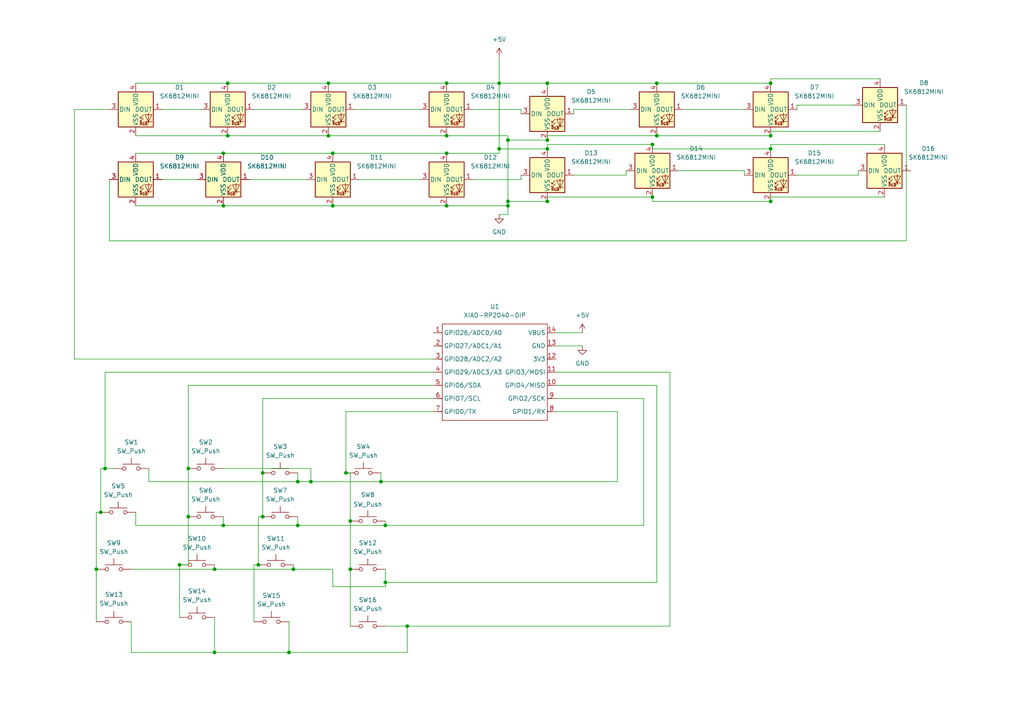
<source format=kicad_sch>
(kicad_sch (version 20250114) (generator "eeschema") (generator_version "9.0")
  (paper "A4")
  (lib_symbols
    (symbol "LED:SK6812MINI" (pin_names (offset 0.254))
      (property "Reference" "D" (at 5.08 5.715 0))
      (property "Value" "SK6812MINI" (at 1.27 -5.715 0))
      (symbol "SK6812MINI_0_0"
        (text "RGB" (at 2.286 -4.191 0) (effects (font (size 0.762 0.762))))
      )
      (symbol "SK6812MINI_0_1"
        (polyline (pts (xy 1.27 -2.54) (xy 1.778 -2.54)))
        (polyline (pts (xy 1.27 -3.556) (xy 1.778 -3.556)))
        (polyline (pts (xy 2.286 -1.524) (xy 1.27 -2.54) (xy 1.27 -2.032)))
        (polyline (pts (xy 2.286 -2.54) (xy 1.27 -3.556) (xy 1.27 -3.048)))
        (polyline (pts (xy 3.683 -1.016) (xy 3.683 -3.556) (xy 3.683 -4.064)))
        (polyline (pts (xy 4.699 -1.524) (xy 2.667 -1.524) (xy 3.683 -3.556) (xy 4.699 -1.524)))
        (polyline (pts (xy 4.699 -3.556) (xy 2.667 -3.556)))
        (rectangle (start 5.08 5.08) (end -5.08 -5.08) (stroke (width 0.254)) (fill (type background)))
      )
      (symbol "SK6812MINI_1_1"
        (pin input line (at -7.62 0 0) (length 2.54) (name "DIN") (number "3"))
        (pin power_in line (at 0 7.62 270) (length 2.54) (name "VDD") (number "4"))
        (pin power_in line (at 0 -7.62 90) (length 2.54) (name "VSS") (number "2"))
        (pin output line (at 7.62 0 180) (length 2.54) (name "DOUT") (number "1"))
      )
    )
    (symbol "OPL Libary_master:XIAO-RP2040-DIP"
      (property "Reference" "U" (at 0 0 0))
      (property "Value" "XIAO-RP2040-DIP" (at 5.334 -1.778 0))
      (symbol "XIAO-RP2040-DIP_1_0"
        (polyline (pts (xy -1.27 -2.54) (xy 29.21 -2.54)) (stroke (width 0.1524)))
        (polyline (pts (xy -1.27 -5.08) (xy -2.54 -5.08)) (stroke (width 0.1524)))
        (polyline (pts (xy -1.27 -5.08) (xy -1.27 -2.54)) (stroke (width 0.1524)))
        (polyline (pts (xy -1.27 -8.89) (xy -2.54 -8.89)) (stroke (width 0.1524)))
        (polyline (pts (xy -1.27 -8.89) (xy -1.27 -5.08)) (stroke (width 0.1524)))
        (polyline (pts (xy -1.27 -12.7) (xy -2.54 -12.7)) (stroke (width 0.1524)))
        (polyline (pts (xy -1.27 -12.7) (xy -1.27 -8.89)) (stroke (width 0.1524)))
        (polyline (pts (xy -1.27 -16.51) (xy -2.54 -16.51)) (stroke (width 0.1524)))
        (polyline (pts (xy -1.27 -16.51) (xy -1.27 -12.7)) (stroke (width 0.1524)))
        (polyline (pts (xy -1.27 -20.32) (xy -2.54 -20.32)) (stroke (width 0.1524)))
        (polyline (pts (xy -1.27 -24.13) (xy -2.54 -24.13)) (stroke (width 0.1524)))
        (polyline (pts (xy -1.27 -27.94) (xy -2.54 -27.94)) (stroke (width 0.1524)))
        (polyline (pts (xy -1.27 -30.48) (xy -1.27 -16.51)) (stroke (width 0.1524)))
        (polyline (pts (xy 29.21 -2.54) (xy 29.21 -5.08)) (stroke (width 0.1524)))
        (polyline (pts (xy 29.21 -5.08) (xy 29.21 -8.89)) (stroke (width 0.1524)))
        (polyline (pts (xy 29.21 -8.89) (xy 29.21 -12.7)) (stroke (width 0.1524)))
        (polyline (pts (xy 29.21 -12.7) (xy 29.21 -30.48)) (stroke (width 0.1524)))
        (polyline (pts (xy 29.21 -30.48) (xy -1.27 -30.48)) (stroke (width 0.1524)))
        (polyline (pts (xy 30.48 -5.08) (xy 29.21 -5.08)) (stroke (width 0.1524)))
        (polyline (pts (xy 30.48 -8.89) (xy 29.21 -8.89)) (stroke (width 0.1524)))
        (polyline (pts (xy 30.48 -12.7) (xy 29.21 -12.7)) (stroke (width 0.1524)))
        (polyline (pts (xy 30.48 -16.51) (xy 29.21 -16.51)) (stroke (width 0.1524)))
        (polyline (pts (xy 30.48 -20.32) (xy 29.21 -20.32)) (stroke (width 0.1524)))
        (polyline (pts (xy 30.48 -24.13) (xy 29.21 -24.13)) (stroke (width 0.1524)))
        (polyline (pts (xy 30.48 -27.94) (xy 29.21 -27.94)) (stroke (width 0.1524)))
        (pin passive line (at -3.81 -5.08 0) (length 2.54) (name "GPIO26/ADC0/A0") (number "1"))
        (pin passive line (at -3.81 -8.89 0) (length 2.54) (name "GPIO27/ADC1/A1") (number "2"))
        (pin passive line (at -3.81 -12.7 0) (length 2.54) (name "GPIO28/ADC2/A2") (number "3"))
        (pin passive line (at -3.81 -16.51 0) (length 2.54) (name "GPIO29/ADC3/A3") (number "4"))
        (pin passive line (at -3.81 -20.32 0) (length 2.54) (name "GPIO6/SDA") (number "5"))
        (pin passive line (at -3.81 -24.13 0) (length 2.54) (name "GPIO7/SCL") (number "6"))
        (pin passive line (at -3.81 -27.94 0) (length 2.54) (name "GPIO0/TX") (number "7"))
        (pin passive line (at 31.75 -5.08 180) (length 2.54) (name "VBUS") (number "14"))
        (pin passive line (at 31.75 -8.89 180) (length 2.54) (name "GND") (number "13"))
        (pin passive line (at 31.75 -12.7 180) (length 2.54) (name "3V3") (number "12"))
        (pin passive line (at 31.75 -16.51 180) (length 2.54) (name "GPIO3/MOSI") (number "11"))
        (pin passive line (at 31.75 -20.32 180) (length 2.54) (name "GPIO4/MISO") (number "10"))
        (pin passive line (at 31.75 -24.13 180) (length 2.54) (name "GPIO2/SCK") (number "9"))
        (pin passive line (at 31.75 -27.94 180) (length 2.54) (name "GPIO1/RX") (number "8"))
      )
    )
    (symbol "Switch:SW_Push" (pin_numbers (hide yes)) (pin_names (offset 1.016) (hide yes))
      (property "Reference" "SW" (at 1.27 2.54 0))
      (property "Value" "SW_Push" (at 0 -1.524 0))
      (symbol "SW_Push_0_1"
        (circle (center -2.032 0) (radius 0.508))
        (polyline (pts (xy 0 1.27) (xy 0 3.048)))
        (circle (center 2.032 0) (radius 0.508))
        (polyline (pts (xy 2.54 1.27) (xy -2.54 1.27)))
        (pin passive line (at -5.08 0 0) (length 2.54) (name "1") (number "1"))
        (pin passive line (at 5.08 0 180) (length 2.54) (name "2") (number "2"))
      )
    )
    (symbol "power:+5V" (power) (pin_numbers (hide yes)) (pin_names (offset 0) (hide yes))
      (property "Value" "+5V" (at 0 3.556 0))
      (symbol "+5V_0_1"
        (polyline (pts (xy -0.762 1.27) (xy 0 2.54)))
        (polyline (pts (xy 0 2.54) (xy 0.762 1.27)))
        (polyline (pts (xy 0 0) (xy 0 2.54)))
      )
      (symbol "+5V_1_1"
        (pin power_in line (at 0 0 90) (length 0) (name "~") (number "1"))
      )
    )
    (symbol "power:GND" (power) (pin_numbers (hide yes)) (pin_names (offset 0) (hide yes))
      (property "Value" "GND" (at 0 -3.81 0))
      (symbol "GND_0_1"
        (polyline (pts (xy 0 0) (xy 0 -1.27) (xy 1.27 -1.27) (xy 0 -2.54) (xy -1.27 -1.27) (xy 0 -1.27)))
      )
      (symbol "GND_1_1"
        (pin power_in line (at 0 0 270) (length 0) (name "~") (number "1"))
      )
    )
  )
  (junction (at 144.78 24.13))
  (junction (at 223.52 43.18))
  (junction (at 66.04 24.13))
  (junction (at 190.5 24.13))
  (junction (at 52.07 163.83))
  (junction (at 147.32 58.42))
  (junction (at 54.61 135.89))
  (junction (at 83.82 189.23))
  (junction (at 64.77 44.45))
  (junction (at 54.61 149.86))
  (junction (at 129.54 24.13))
  (junction (at 158.75 40.64))
  (junction (at 95.25 24.13))
  (junction (at 223.52 39.37))
  (junction (at 62.23 165.1))
  (junction (at 30.48 135.89))
  (junction (at 76.2 149.86))
  (junction (at 29.21 148.59))
  (junction (at 74.93 163.83))
  (junction (at 101.6 165.1))
  (junction (at 110.49 139.7))
  (junction (at 90.17 139.7))
  (junction (at 100.33 137.16))
  (junction (at 86.36 152.4))
  (junction (at 118.11 181.61))
  (junction (at 147.32 59.69))
  (junction (at 129.54 59.69))
  (junction (at 66.04 39.37))
  (junction (at 96.52 59.69))
  (junction (at 189.23 41.91))
  (junction (at 64.77 59.69))
  (junction (at 86.36 139.7))
  (junction (at 96.52 44.45))
  (junction (at 64.77 152.4))
  (junction (at 129.54 39.37))
  (junction (at 158.75 58.42))
  (junction (at 76.2 137.16))
  (junction (at 85.09 165.1))
  (junction (at 223.52 24.13))
  (junction (at 95.25 39.37))
  (junction (at 129.54 44.45))
  (junction (at 101.6 151.13))
  (junction (at 111.76 168.91))
  (junction (at 27.94 165.1))
  (junction (at 190.5 39.37))
  (junction (at 144.78 43.18))
  (junction (at 158.75 43.18))
  (junction (at 158.75 24.13))
  (junction (at 147.32 40.64))
  (junction (at 223.52 58.42))
  (junction (at 62.23 189.23))
  (junction (at 189.23 57.15))
  (junction (at 111.76 152.4))
  (wire (pts (xy 62.23 179.07) (xy 62.23 189.23)))
  (wire (pts (xy 101.6 137.16) (xy 100.33 137.16)))
  (wire (pts (xy 161.29 100.33) (xy 168.91 100.33)))
  (wire (pts (xy 39.37 44.45) (xy 64.77 44.45)))
  (wire (pts (xy 262.89 30.48) (xy 262.89 69.85)))
  (wire (pts (xy 151.13 52.07) (xy 151.13 50.8)))
  (wire (pts (xy 64.77 152.4) (xy 64.77 149.86)))
  (wire (pts (xy 189.23 57.15) (xy 158.75 57.15)))
  (wire (pts (xy 248.92 50.8) (xy 248.92 49.53)))
  (wire (pts (xy 129.54 39.37) (xy 147.32 39.37)))
  (wire (pts (xy 255.27 22.86) (xy 223.52 22.86)))
  (wire (pts (xy 147.32 59.69) (xy 147.32 62.23)))
  (wire (pts (xy 43.18 135.89) (xy 43.18 139.7)))
  (wire (pts (xy 86.36 152.4) (xy 64.77 152.4)))
  (wire (pts (xy 256.54 57.15) (xy 223.52 57.15)))
  (wire (pts (xy 86.36 139.7) (xy 90.17 139.7)))
  (wire (pts (xy 194.31 107.95) (xy 194.31 181.61)))
  (wire (pts (xy 223.52 41.91) (xy 223.52 43.18)))
  (wire (pts (xy 215.9 49.53) (xy 215.9 50.8)))
  (wire (pts (xy 21.59 31.75) (xy 31.75 31.75)))
  (wire (pts (xy 129.54 24.13) (xy 144.78 24.13)))
  (wire (pts (xy 144.78 43.18) (xy 158.75 43.18)))
  (wire (pts (xy 83.82 180.34) (xy 83.82 189.23)))
  (wire (pts (xy 196.85 49.53) (xy 215.9 49.53)))
  (wire (pts (xy 62.23 165.1) (xy 85.09 165.1)))
  (wire (pts (xy 95.25 39.37) (xy 129.54 39.37)))
  (wire (pts (xy 111.76 152.4) (xy 111.76 151.13)))
  (wire (pts (xy 27.94 165.1) (xy 27.94 180.34)))
  (wire (pts (xy 30.48 107.95) (xy 30.48 135.89)))
  (wire (pts (xy 110.49 137.16) (xy 110.49 139.7)))
  (wire (pts (xy 52.07 163.83) (xy 52.07 179.07)))
  (wire (pts (xy 125.73 115.57) (xy 76.2 115.57)))
  (wire (pts (xy 137.16 52.07) (xy 151.13 52.07)))
  (wire (pts (xy 73.66 31.75) (xy 87.63 31.75)))
  (wire (pts (xy 223.52 57.15) (xy 223.52 58.42)))
  (wire (pts (xy 66.04 39.37) (xy 95.25 39.37)))
  (wire (pts (xy 223.52 38.1) (xy 223.52 39.37)))
  (wire (pts (xy 39.37 24.13) (xy 66.04 24.13)))
  (wire (pts (xy 125.73 104.14) (xy 21.59 104.14)))
  (wire (pts (xy 111.76 170.18) (xy 111.76 168.91)))
  (wire (pts (xy 101.6 165.1) (xy 101.6 181.61)))
  (wire (pts (xy 72.39 52.07) (xy 88.9 52.07)))
  (wire (pts (xy 29.21 135.89) (xy 30.48 135.89)))
  (wire (pts (xy 110.49 139.7) (xy 179.07 139.7)))
  (wire (pts (xy 27.94 148.59) (xy 29.21 148.59)))
  (wire (pts (xy 46.99 52.07) (xy 57.15 52.07)))
  (wire (pts (xy 39.37 152.4) (xy 64.77 152.4)))
  (wire (pts (xy 186.69 115.57) (xy 186.69 152.4)))
  (wire (pts (xy 38.1 180.34) (xy 38.1 189.23)))
  (wire (pts (xy 182.88 31.75) (xy 166.37 31.75)))
  (wire (pts (xy 125.73 107.95) (xy 30.48 107.95)))
  (wire (pts (xy 158.75 40.64) (xy 147.32 40.64)))
  (wire (pts (xy 90.17 135.89) (xy 90.17 139.7)))
  (wire (pts (xy 158.75 58.42) (xy 147.32 58.42)))
  (wire (pts (xy 95.25 24.13) (xy 129.54 24.13)))
  (wire (pts (xy 166.37 31.75) (xy 166.37 33.02)))
  (wire (pts (xy 76.2 137.16) (xy 76.2 149.86)))
  (wire (pts (xy 46.99 31.75) (xy 58.42 31.75)))
  (wire (pts (xy 62.23 165.1) (xy 62.23 163.83)))
  (wire (pts (xy 144.78 24.13) (xy 144.78 16.51)))
  (wire (pts (xy 86.36 152.4) (xy 111.76 152.4)))
  (wire (pts (xy 73.66 180.34) (xy 73.66 163.83)))
  (wire (pts (xy 102.87 31.75) (xy 121.92 31.75)))
  (wire (pts (xy 118.11 189.23) (xy 118.11 181.61)))
  (wire (pts (xy 247.65 30.48) (xy 231.14 30.48)))
  (wire (pts (xy 54.61 163.83) (xy 52.07 163.83)))
  (wire (pts (xy 223.52 22.86) (xy 223.52 24.13)))
  (wire (pts (xy 189.23 41.91) (xy 158.75 41.91)))
  (wire (pts (xy 161.29 115.57) (xy 186.69 115.57)))
  (wire (pts (xy 129.54 44.45) (xy 144.78 44.45)))
  (wire (pts (xy 85.09 165.1) (xy 85.09 163.83)))
  (wire (pts (xy 144.78 43.18) (xy 144.78 24.13)))
  (wire (pts (xy 161.29 107.95) (xy 194.31 107.95)))
  (wire (pts (xy 166.37 50.8) (xy 181.61 50.8)))
  (wire (pts (xy 147.32 62.23) (xy 144.78 62.23)))
  (wire (pts (xy 158.75 39.37) (xy 158.75 40.64)))
  (wire (pts (xy 147.32 40.64) (xy 147.32 58.42)))
  (wire (pts (xy 30.48 135.89) (xy 33.02 135.89)))
  (wire (pts (xy 96.52 44.45) (xy 129.54 44.45)))
  (wire (pts (xy 74.93 163.83) (xy 74.93 149.86)))
  (wire (pts (xy 190.5 168.91) (xy 111.76 168.91)))
  (wire (pts (xy 39.37 59.69) (xy 64.77 59.69)))
  (wire (pts (xy 21.59 104.14) (xy 21.59 31.75)))
  (wire (pts (xy 144.78 24.13) (xy 158.75 24.13)))
  (wire (pts (xy 64.77 44.45) (xy 96.52 44.45)))
  (wire (pts (xy 83.82 189.23) (xy 118.11 189.23)))
  (wire (pts (xy 31.75 69.85) (xy 31.75 52.07)))
  (wire (pts (xy 54.61 135.89) (xy 54.61 149.86)))
  (wire (pts (xy 190.5 24.13) (xy 158.75 24.13)))
  (wire (pts (xy 181.61 50.8) (xy 181.61 49.53)))
  (wire (pts (xy 190.5 39.37) (xy 223.52 39.37)))
  (wire (pts (xy 158.75 24.13) (xy 158.75 25.4)))
  (wire (pts (xy 161.29 96.52) (xy 168.91 96.52)))
  (wire (pts (xy 158.75 57.15) (xy 158.75 58.42)))
  (wire (pts (xy 73.66 163.83) (xy 74.93 163.83)))
  (wire (pts (xy 255.27 38.1) (xy 223.52 38.1)))
  (wire (pts (xy 161.29 111.76) (xy 190.5 111.76)))
  (wire (pts (xy 179.07 119.38) (xy 161.29 119.38)))
  (wire (pts (xy 54.61 111.76) (xy 125.73 111.76)))
  (wire (pts (xy 101.6 151.13) (xy 101.6 165.1)))
  (wire (pts (xy 29.21 148.59) (xy 29.21 135.89)))
  (wire (pts (xy 118.11 181.61) (xy 111.76 181.61)))
  (wire (pts (xy 231.14 30.48) (xy 231.14 31.75)))
  (wire (pts (xy 231.14 50.8) (xy 248.92 50.8)))
  (wire (pts (xy 147.32 39.37) (xy 147.32 40.64)))
  (wire (pts (xy 96.52 170.18) (xy 111.76 170.18)))
  (wire (pts (xy 223.52 58.42) (xy 189.23 58.42)))
  (wire (pts (xy 198.12 31.75) (xy 215.9 31.75)))
  (wire (pts (xy 96.52 165.1) (xy 96.52 170.18)))
  (wire (pts (xy 151.13 31.75) (xy 151.13 33.02)))
  (wire (pts (xy 74.93 149.86) (xy 76.2 149.86)))
  (wire (pts (xy 64.77 135.89) (xy 90.17 135.89)))
  (wire (pts (xy 189.23 43.18) (xy 189.23 41.91)))
  (wire (pts (xy 62.23 189.23) (xy 83.82 189.23)))
  (wire (pts (xy 54.61 135.89) (xy 54.61 111.76)))
  (wire (pts (xy 179.07 139.7) (xy 179.07 119.38)))
  (wire (pts (xy 190.5 111.76) (xy 190.5 168.91)))
  (wire (pts (xy 190.5 39.37) (xy 158.75 39.37)))
  (wire (pts (xy 96.52 59.69) (xy 129.54 59.69)))
  (wire (pts (xy 137.16 31.75) (xy 151.13 31.75)))
  (wire (pts (xy 223.52 43.18) (xy 189.23 43.18)))
  (wire (pts (xy 104.14 52.07) (xy 121.92 52.07)))
  (wire (pts (xy 38.1 189.23) (xy 62.23 189.23)))
  (wire (pts (xy 76.2 115.57) (xy 76.2 137.16)))
  (wire (pts (xy 144.78 44.45) (xy 144.78 43.18)))
  (wire (pts (xy 43.18 139.7) (xy 86.36 139.7)))
  (wire (pts (xy 90.17 139.7) (xy 110.49 139.7)))
  (wire (pts (xy 256.54 41.91) (xy 223.52 41.91)))
  (wire (pts (xy 189.23 58.42) (xy 189.23 57.15)))
  (wire (pts (xy 101.6 151.13) (xy 101.6 137.16)))
  (wire (pts (xy 86.36 149.86) (xy 86.36 152.4)))
  (wire (pts (xy 39.37 148.59) (xy 39.37 152.4)))
  (wire (pts (xy 111.76 168.91) (xy 111.76 165.1)))
  (wire (pts (xy 100.33 119.38) (xy 125.73 119.38)))
  (wire (pts (xy 147.32 58.42) (xy 147.32 59.69)))
  (wire (pts (xy 38.1 165.1) (xy 62.23 165.1)))
  (wire (pts (xy 129.54 59.69) (xy 147.32 59.69)))
  (wire (pts (xy 39.37 39.37) (xy 66.04 39.37)))
  (wire (pts (xy 190.5 24.13) (xy 223.52 24.13)))
  (wire (pts (xy 158.75 41.91) (xy 158.75 43.18)))
  (wire (pts (xy 85.09 165.1) (xy 96.52 165.1)))
  (wire (pts (xy 194.31 181.61) (xy 118.11 181.61)))
  (wire (pts (xy 27.94 165.1) (xy 27.94 148.59)))
  (wire (pts (xy 64.77 59.69) (xy 96.52 59.69)))
  (wire (pts (xy 54.61 149.86) (xy 54.61 163.83)))
  (wire (pts (xy 100.33 137.16) (xy 100.33 119.38)))
  (wire (pts (xy 66.04 24.13) (xy 95.25 24.13)))
  (wire (pts (xy 262.89 69.85) (xy 31.75 69.85)))
  (wire (pts (xy 86.36 137.16) (xy 86.36 139.7)))
  (wire (pts (xy 186.69 152.4) (xy 111.76 152.4)))
  (symbol (lib_id "LED:SK6812MINI") (at 95.25 31.75 0) (unit 1)
    (property "Reference" "D3" (at 107.95 25.3298 0))
    (property "Value" "SK6812MINI" (at 107.95 27.8698 0))
    (property "Footprint" "LED_SMD:LED_SK6812MINI_PLCC4_3.5x3.5mm_P1.75mm" (effects (hide yes)))
    (property "Datasheet" "https://cdn-shop.adafruit.com/product-files/2686/SK6812MINI_REV.01-1-2.pdf" (effects (hide yes)))
    (property "Description" "RGB LED with integrated controller" (effects (hide yes)))
  )
  (symbol (lib_id "LED:SK6812MINI") (at 39.37 52.07 0) (unit 1)
    (property "Reference" "D9" (at 52.07 45.6498 0))
    (property "Value" "SK6812MINI" (at 52.07 48.1898 0))
    (property "Footprint" "LED_SMD:LED_SK6812MINI_PLCC4_3.5x3.5mm_P1.75mm" (effects (hide yes)))
    (property "Datasheet" "https://cdn-shop.adafruit.com/product-files/2686/SK6812MINI_REV.01-1-2.pdf" (effects (hide yes)))
    (property "Description" "RGB LED with integrated controller" (effects (hide yes)))
  )
  (symbol (lib_id "LED:SK6812MINI") (at 129.54 52.07 0) (unit 1)
    (property "Reference" "D12" (at 142.24 45.6498 0))
    (property "Value" "SK6812MINI" (at 142.24 48.1898 0))
    (property "Footprint" "LED_SMD:LED_SK6812MINI_PLCC4_3.5x3.5mm_P1.75mm" (effects (hide yes)))
    (property "Datasheet" "https://cdn-shop.adafruit.com/product-files/2686/SK6812MINI_REV.01-1-2.pdf" (effects (hide yes)))
    (property "Description" "RGB LED with integrated controller" (effects (hide yes)))
  )
  (symbol (lib_id "Switch:SW_Push") (at 38.1 135.89 0) (unit 1)
    (property "Reference" "SW1" (at 38.1 128.27 0))
    (property "Value" "SW_Push" (at 38.1 130.81 0))
    (property "Footprint" "Button_Switch_Keyboard:SW_Cherry_MX_1.00u_PCB" (effects (hide yes)))
    (property "Description" "Push button switch, generic, two pins" (effects (hide yes)))
  )
  (symbol (lib_id "OPL Libary_master:XIAO-RP2040-DIP") (at 129.54 91.44 0) (unit 1)
    (property "Reference" "U1" (at 143.51 88.9 0))
    (property "Value" "XIAO-RP2040-DIP" (at 143.51 91.44 0))
    (property "Footprint" "Seeed Studio XIAO Series Library:XIAO-RP2040-DIP" (effects (hide yes)))
  )
  (symbol (lib_id "power:GND") (at 144.78 62.23 0) (unit 1)
    (property "Reference" "#PWR03" (effects (hide yes)))
    (property "Value" "GND" (at 144.78 67.31 0))
    (property "Description" "Power symbol creates a global label with name \"GND\" , ground" (effects (hide yes)))
  )
  (symbol (lib_id "power:+5V") (at 144.78 16.51 0) (unit 1)
    (property "Reference" "#PWR02" (effects (hide yes)))
    (property "Value" "+5V" (at 144.78 11.43 0))
    (property "Description" "Power symbol creates a global label with name \"+5V\"" (effects (hide yes)))
  )
  (symbol (lib_id "Switch:SW_Push") (at 78.74 180.34 0) (unit 1)
    (property "Reference" "SW15" (at 78.74 172.72 0))
    (property "Value" "SW_Push" (at 78.74 175.26 0))
    (property "Footprint" "Button_Switch_Keyboard:SW_Cherry_MX_1.00u_PCB" (effects (hide yes)))
    (property "Description" "Push button switch, generic, two pins" (effects (hide yes)))
  )
  (symbol (lib_id "LED:SK6812MINI") (at 64.77 52.07 0) (unit 1)
    (property "Reference" "D10" (at 77.47 45.6498 0))
    (property "Value" "SK6812MINI" (at 77.47 48.1898 0))
    (property "Footprint" "LED_SMD:LED_SK6812MINI_PLCC4_3.5x3.5mm_P1.75mm" (effects (hide yes)))
    (property "Datasheet" "https://cdn-shop.adafruit.com/product-files/2686/SK6812MINI_REV.01-1-2.pdf" (effects (hide yes)))
    (property "Description" "RGB LED with integrated controller" (effects (hide yes)))
  )
  (symbol (lib_id "LED:SK6812MINI") (at 39.37 31.75 0) (unit 1)
    (property "Reference" "D1" (at 52.07 25.3298 0))
    (property "Value" "SK6812MINI" (at 52.07 27.8698 0))
    (property "Footprint" "LED_SMD:LED_SK6812MINI_PLCC4_3.5x3.5mm_P1.75mm" (effects (hide yes)))
    (property "Datasheet" "https://cdn-shop.adafruit.com/product-files/2686/SK6812MINI_REV.01-1-2.pdf" (effects (hide yes)))
    (property "Description" "RGB LED with integrated controller" (effects (hide yes)))
  )
  (symbol (lib_id "LED:SK6812MINI") (at 158.75 33.02 0) (unit 1)
    (property "Reference" "D5" (at 171.45 26.5998 0))
    (property "Value" "SK6812MINI" (at 171.45 29.1398 0))
    (property "Footprint" "LED_SMD:LED_SK6812MINI_PLCC4_3.5x3.5mm_P1.75mm" (effects (hide yes)))
    (property "Datasheet" "https://cdn-shop.adafruit.com/product-files/2686/SK6812MINI_REV.01-1-2.pdf" (effects (hide yes)))
    (property "Description" "RGB LED with integrated controller" (effects (hide yes)))
  )
  (symbol (lib_id "LED:SK6812MINI") (at 96.52 52.07 0) (unit 1)
    (property "Reference" "D11" (at 109.22 45.6498 0))
    (property "Value" "SK6812MINI" (at 109.22 48.1898 0))
    (property "Footprint" "LED_SMD:LED_SK6812MINI_PLCC4_3.5x3.5mm_P1.75mm" (effects (hide yes)))
    (property "Datasheet" "https://cdn-shop.adafruit.com/product-files/2686/SK6812MINI_REV.01-1-2.pdf" (effects (hide yes)))
    (property "Description" "RGB LED with integrated controller" (effects (hide yes)))
  )
  (symbol (lib_id "Switch:SW_Push") (at 105.41 137.16 0) (unit 1)
    (property "Reference" "SW4" (at 105.41 129.54 0))
    (property "Value" "SW_Push" (at 105.41 132.08 0))
    (property "Footprint" "Button_Switch_Keyboard:SW_Cherry_MX_1.00u_PCB" (effects (hide yes)))
    (property "Description" "Push button switch, generic, two pins" (effects (hide yes)))
  )
  (symbol (lib_id "Switch:SW_Push") (at 59.69 135.89 0) (unit 1)
    (property "Reference" "SW2" (at 59.69 128.27 0))
    (property "Value" "SW_Push" (at 59.69 130.81 0))
    (property "Footprint" "Button_Switch_Keyboard:SW_Cherry_MX_1.00u_PCB" (effects (hide yes)))
    (property "Description" "Push button switch, generic, two pins" (effects (hide yes)))
  )
  (symbol (lib_id "LED:SK6812MINI") (at 255.27 30.48 0) (unit 1)
    (property "Reference" "D8" (at 267.97 24.0598 0))
    (property "Value" "SK6812MINI" (at 267.97 26.5998 0))
    (property "Footprint" "LED_SMD:LED_SK6812MINI_PLCC4_3.5x3.5mm_P1.75mm" (effects (hide yes)))
    (property "Datasheet" "https://cdn-shop.adafruit.com/product-files/2686/SK6812MINI_REV.01-1-2.pdf" (effects (hide yes)))
    (property "Description" "RGB LED with integrated controller" (effects (hide yes)))
  )
  (symbol (lib_id "LED:SK6812MINI") (at 66.04 31.75 0) (unit 1)
    (property "Reference" "D2" (at 78.74 25.3298 0))
    (property "Value" "SK6812MINI" (at 78.74 27.8698 0))
    (property "Footprint" "LED_SMD:LED_SK6812MINI_PLCC4_3.5x3.5mm_P1.75mm" (effects (hide yes)))
    (property "Datasheet" "https://cdn-shop.adafruit.com/product-files/2686/SK6812MINI_REV.01-1-2.pdf" (effects (hide yes)))
    (property "Description" "RGB LED with integrated controller" (effects (hide yes)))
  )
  (symbol (lib_id "Switch:SW_Push") (at 57.15 163.83 0) (unit 1)
    (property "Reference" "SW10" (at 57.15 156.21 0))
    (property "Value" "SW_Push" (at 57.15 158.75 0))
    (property "Footprint" "Button_Switch_Keyboard:SW_Cherry_MX_1.00u_PCB" (effects (hide yes)))
    (property "Description" "Push button switch, generic, two pins" (effects (hide yes)))
  )
  (symbol (lib_id "LED:SK6812MINI") (at 190.5 31.75 0) (unit 1)
    (property "Reference" "D6" (at 203.2 25.3298 0))
    (property "Value" "SK6812MINI" (at 203.2 27.8698 0))
    (property "Footprint" "LED_SMD:LED_SK6812MINI_PLCC4_3.5x3.5mm_P1.75mm" (effects (hide yes)))
    (property "Datasheet" "https://cdn-shop.adafruit.com/product-files/2686/SK6812MINI_REV.01-1-2.pdf" (effects (hide yes)))
    (property "Description" "RGB LED with integrated controller" (effects (hide yes)))
  )
  (symbol (lib_id "Switch:SW_Push") (at 34.29 148.59 0) (unit 1)
    (property "Reference" "SW5" (at 34.29 140.97 0))
    (property "Value" "SW_Push" (at 34.29 143.51 0))
    (property "Footprint" "Button_Switch_Keyboard:SW_Cherry_MX_1.00u_PCB" (effects (hide yes)))
    (property "Description" "Push button switch, generic, two pins" (effects (hide yes)))
  )
  (symbol (lib_id "Switch:SW_Push") (at 33.02 180.34 0) (unit 1)
    (property "Reference" "SW13" (at 33.02 172.466 0))
    (property "Value" "SW_Push" (at 33.02 175.006 0))
    (property "Footprint" "Button_Switch_Keyboard:SW_Cherry_MX_1.00u_PCB" (effects (hide yes)))
    (property "Description" "Push button switch, generic, two pins" (effects (hide yes)))
  )
  (symbol (lib_id "LED:SK6812MINI") (at 158.75 50.8 0) (unit 1)
    (property "Reference" "D13" (at 171.45 44.3798 0))
    (property "Value" "SK6812MINI" (at 171.45 46.9198 0))
    (property "Footprint" "LED_SMD:LED_SK6812MINI_PLCC4_3.5x3.5mm_P1.75mm" (effects (hide yes)))
    (property "Datasheet" "https://cdn-shop.adafruit.com/product-files/2686/SK6812MINI_REV.01-1-2.pdf" (effects (hide yes)))
    (property "Description" "RGB LED with integrated controller" (effects (hide yes)))
  )
  (symbol (lib_id "Switch:SW_Push") (at 106.68 165.1 0) (unit 1)
    (property "Reference" "SW12" (at 106.68 157.48 0))
    (property "Value" "SW_Push" (at 106.68 160.02 0))
    (property "Footprint" "Button_Switch_Keyboard:SW_Cherry_MX_1.00u_PCB" (effects (hide yes)))
    (property "Description" "Push button switch, generic, two pins" (effects (hide yes)))
  )
  (symbol (lib_id "Switch:SW_Push") (at 59.69 149.86 0) (unit 1)
    (property "Reference" "SW6" (at 59.69 142.24 0))
    (property "Value" "SW_Push" (at 59.69 144.78 0))
    (property "Footprint" "Button_Switch_Keyboard:SW_Cherry_MX_1.00u_PCB" (effects (hide yes)))
    (property "Description" "Push button switch, generic, two pins" (effects (hide yes)))
  )
  (symbol (lib_id "Switch:SW_Push") (at 57.15 179.07 0) (unit 1)
    (property "Reference" "SW14" (at 57.15 171.45 0))
    (property "Value" "SW_Push" (at 57.15 173.99 0))
    (property "Footprint" "Button_Switch_Keyboard:SW_Cherry_MX_1.00u_PCB" (effects (hide yes)))
    (property "Description" "Push button switch, generic, two pins" (effects (hide yes)))
  )
  (symbol (lib_id "Switch:SW_Push") (at 33.02 165.1 0) (unit 1)
    (property "Reference" "SW9" (at 33.02 157.48 0))
    (property "Value" "SW_Push" (at 33.02 160.02 0))
    (property "Footprint" "Button_Switch_Keyboard:SW_Cherry_MX_1.00u_PCB" (effects (hide yes)))
    (property "Description" "Push button switch, generic, two pins" (effects (hide yes)))
  )
  (symbol (lib_id "LED:SK6812MINI") (at 129.54 31.75 0) (unit 1)
    (property "Reference" "D4" (at 142.24 25.3298 0))
    (property "Value" "SK6812MINI" (at 142.24 27.8698 0))
    (property "Footprint" "LED_SMD:LED_SK6812MINI_PLCC4_3.5x3.5mm_P1.75mm" (effects (hide yes)))
    (property "Datasheet" "https://cdn-shop.adafruit.com/product-files/2686/SK6812MINI_REV.01-1-2.pdf" (effects (hide yes)))
    (property "Description" "RGB LED with integrated controller" (effects (hide yes)))
  )
  (symbol (lib_id "Switch:SW_Push") (at 81.28 149.86 0) (unit 1)
    (property "Reference" "SW7" (at 81.28 142.24 0))
    (property "Value" "SW_Push" (at 81.28 144.78 0))
    (property "Footprint" "Button_Switch_Keyboard:SW_Cherry_MX_1.00u_PCB" (effects (hide yes)))
    (property "Description" "Push button switch, generic, two pins" (effects (hide yes)))
  )
  (symbol (lib_id "LED:SK6812MINI") (at 189.23 49.53 0) (unit 1)
    (property "Reference" "D14" (at 201.93 43.1098 0))
    (property "Value" "SK6812MINI" (at 201.93 45.6498 0))
    (property "Footprint" "LED_SMD:LED_SK6812MINI_PLCC4_3.5x3.5mm_P1.75mm" (effects (hide yes)))
    (property "Datasheet" "https://cdn-shop.adafruit.com/product-files/2686/SK6812MINI_REV.01-1-2.pdf" (effects (hide yes)))
    (property "Description" "RGB LED with integrated controller" (effects (hide yes)))
  )
  (symbol (lib_id "power:GND") (at 168.91 100.33 0) (unit 1)
    (property "Reference" "#PWR04" (effects (hide yes)))
    (property "Value" "GND" (at 168.91 105.41 0))
    (property "Description" "Power symbol creates a global label with name \"GND\" , ground" (effects (hide yes)))
  )
  (symbol (lib_id "Switch:SW_Push") (at 80.01 163.83 0) (unit 1)
    (property "Reference" "SW11" (at 80.01 156.21 0))
    (property "Value" "SW_Push" (at 80.01 158.75 0))
    (property "Footprint" "Button_Switch_Keyboard:SW_Cherry_MX_1.00u_PCB" (effects (hide yes)))
    (property "Description" "Push button switch, generic, two pins" (effects (hide yes)))
  )
  (symbol (lib_id "LED:SK6812MINI") (at 223.52 50.8 0) (unit 1)
    (property "Reference" "D15" (at 236.22 44.3798 0))
    (property "Value" "SK6812MINI" (at 236.22 46.9198 0))
    (property "Footprint" "LED_SMD:LED_SK6812MINI_PLCC4_3.5x3.5mm_P1.75mm" (effects (hide yes)))
    (property "Datasheet" "https://cdn-shop.adafruit.com/product-files/2686/SK6812MINI_REV.01-1-2.pdf" (effects (hide yes)))
    (property "Description" "RGB LED with integrated controller" (effects (hide yes)))
  )
  (symbol (lib_id "Switch:SW_Push") (at 81.28 137.16 0) (unit 1)
    (property "Reference" "SW3" (at 81.28 129.54 0))
    (property "Value" "SW_Push" (at 81.28 132.08 0))
    (property "Footprint" "Button_Switch_Keyboard:SW_Cherry_MX_1.00u_PCB" (effects (hide yes)))
    (property "Description" "Push button switch, generic, two pins" (effects (hide yes)))
  )
  (symbol (lib_id "LED:SK6812MINI") (at 256.54 49.53 0) (unit 1)
    (property "Reference" "D16" (at 269.24 43.1098 0))
    (property "Value" "SK6812MINI" (at 269.24 45.6498 0))
    (property "Footprint" "LED_SMD:LED_SK6812MINI_PLCC4_3.5x3.5mm_P1.75mm" (effects (hide yes)))
    (property "Datasheet" "https://cdn-shop.adafruit.com/product-files/2686/SK6812MINI_REV.01-1-2.pdf" (effects (hide yes)))
    (property "Description" "RGB LED with integrated controller" (effects (hide yes)))
  )
  (symbol (lib_id "Switch:SW_Push") (at 106.68 151.13 0) (unit 1)
    (property "Reference" "SW8" (at 106.68 143.51 0))
    (property "Value" "SW_Push" (at 106.68 146.304 0))
    (property "Footprint" "Button_Switch_Keyboard:SW_Cherry_MX_1.00u_PCB" (effects (hide yes)))
    (property "Description" "Push button switch, generic, two pins" (effects (hide yes)))
  )
  (symbol (lib_id "Switch:SW_Push") (at 106.68 181.61 0) (unit 1)
    (property "Reference" "SW16" (at 106.68 173.99 0))
    (property "Value" "SW_Push" (at 106.68 176.53 0))
    (property "Footprint" "Button_Switch_Keyboard:SW_Cherry_MX_1.00u_PCB" (effects (hide yes)))
    (property "Description" "Push button switch, generic, two pins" (effects (hide yes)))
  )
  (symbol (lib_id "LED:SK6812MINI") (at 223.52 31.75 0) (unit 1)
    (property "Reference" "D7" (at 236.22 25.3298 0))
    (property "Value" "SK6812MINI" (at 236.22 27.8698 0))
    (property "Footprint" "LED_SMD:LED_SK6812MINI_PLCC4_3.5x3.5mm_P1.75mm" (effects (hide yes)))
    (property "Datasheet" "https://cdn-shop.adafruit.com/product-files/2686/SK6812MINI_REV.01-1-2.pdf" (effects (hide yes)))
    (property "Description" "RGB LED with integrated controller" (effects (hide yes)))
  )
  (symbol (lib_id "power:+5V") (at 168.91 96.52 0) (unit 1)
    (property "Reference" "#PWR01" (effects (hide yes)))
    (property "Value" "+5V" (at 168.91 91.44 0))
    (property "Description" "Power symbol creates a global label with name \"+5V\"" (effects (hide yes)))
  )
)
</source>
